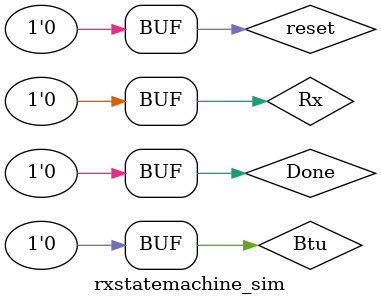
<source format=v>
`timescale 1ns / 1ps


module rxstatemachine_sim;

	// Inputs
	reg Rx;
	reg Btu;
	reg Done;
	reg reset;

	// Outputs
	wire DoIt;
	wire Start;

	// Instantiate the Unit Under Test (UUT)
	RxStateMachine uut (
		.Rx(Rx), 
		.Btu(Btu), 
		.Done(Done), 
		.reset(reset), 
		.DoIt(DoIt), 
		.Start(Start)
	);

	initial begin
		// Initialize Inputs
		Rx = 0;
		Btu = 0;
		Done = 0;
		reset = 0;

		// Wait 100 ns for global reset to finish
		#100;
        
		// Add stimulus here

	end
      
endmodule


</source>
